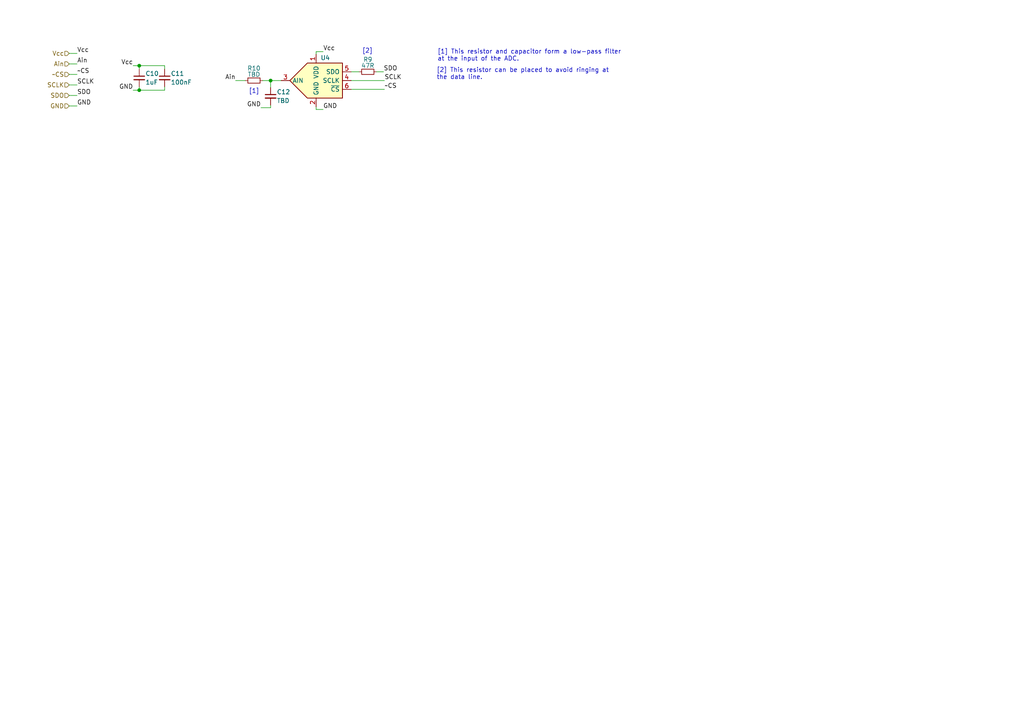
<source format=kicad_sch>
(kicad_sch (version 20211123) (generator eeschema)
  (paper "A4")
  (lib_symbols
    (symbol "CL_Analog_ADC:ADC_SPI_GEN" (pin_names (offset 0.762))
      (property "Reference" "U" (at 1.27 6.35 0))
      (property "Value" "ADC_SPI_GEN" (at 1.27 -6.35 0))
      (symbol "ADC_SPI_GEN_0_1"
        (polyline (pts (xy -2.54 5.08) (xy 7.62 5.08) (xy 7.62 -5.08) (xy -2.54 -5.08) (xy -7.62 0) (xy -2.54 5.08)) (stroke (width 0.254)) (fill (type background)))
      )
      (symbol "ADC_SPI_GEN_1_1"
        (pin power_in line (at 0 7.62 270) (length 2.54) (name "VDD") (number "1"))
        (pin power_in line (at 0 -7.62 90) (length 2.54) (name "GND") (number "2"))
        (pin input line (at -10.16 0 0) (length 2.54) (name "AIN") (number "3"))
        (pin input line (at 10.16 0 180) (length 2.54) (name "SCLK") (number "4"))
        (pin tri_state line (at 10.16 2.54 180) (length 2.54) (name "SDO") (number "5"))
        (pin input line (at 10.16 -2.54 180) (length 2.54) (name "~{CS}") (number "6"))
      )
    )
    (symbol "Device:C_Small" (pin_numbers hide) (pin_names (offset 0.254) hide)
      (property "Reference" "C" (at 0.254 1.778 0))
      (property "Value" "C_Small" (at 0.254 -2.032 0))
      (symbol "C_Small_0_1"
        (polyline (pts (xy -1.524 -0.508) (xy 1.524 -0.508)) (stroke (width 0.3302)))
        (polyline (pts (xy -1.524 0.508) (xy 1.524 0.508)) (stroke (width 0.3048)))
      )
      (symbol "C_Small_1_1"
        (pin passive line (at 0 2.54 270) (length 2.032) (name "~") (number "1"))
        (pin passive line (at 0 -2.54 90) (length 2.032) (name "~") (number "2"))
      )
    )
    (symbol "Device:R_Small" (pin_numbers hide) (pin_names (offset 0.254) hide)
      (property "Reference" "R" (at 0.762 0.508 0))
      (property "Value" "R_Small" (at 0.762 -1.016 0))
      (symbol "R_Small_0_1"
        (rectangle (start -0.762 1.778) (end 0.762 -1.778) (stroke (width 0.2032)))
      )
      (symbol "R_Small_1_1"
        (pin passive line (at 0 2.54 270) (length 0.762) (name "~") (number "1"))
        (pin passive line (at 0 -2.54 90) (length 0.762) (name "~") (number "2"))
      )
    )
  )
  (junction (at 40.386 19.05))
  (junction (at 78.486 23.368))
  (junction (at 40.386 26.162))
  (wire (pts (xy 91.694 30.988) (xy 91.694 31.75)))
  (wire (pts (xy 47.752 19.05) (xy 47.752 20.066)))
  (wire (pts (xy 20.066 21.59) (xy 22.352 21.59)))
  (wire (pts (xy 101.854 25.908) (xy 111.506 25.908)))
  (wire (pts (xy 20.066 15.494) (xy 22.352 15.494)))
  (wire (pts (xy 78.486 25.4) (xy 78.486 23.368)))
  (wire (pts (xy 78.486 31.242) (xy 78.486 30.48)))
  (wire (pts (xy 40.386 19.05) (xy 40.386 20.066)))
  (wire (pts (xy 93.726 31.75) (xy 91.694 31.75)))
  (wire (pts (xy 76.2 23.368) (xy 78.486 23.368)))
  (wire (pts (xy 40.386 19.05) (xy 47.752 19.05)))
  (wire (pts (xy 91.694 14.986) (xy 91.694 15.748)))
  (wire (pts (xy 101.854 20.828) (xy 104.14 20.828)))
  (wire (pts (xy 109.22 20.828) (xy 111.252 20.828)))
  (wire (pts (xy 38.608 19.05) (xy 40.386 19.05)))
  (wire (pts (xy 78.486 23.368) (xy 81.534 23.368)))
  (wire (pts (xy 40.386 26.162) (xy 47.752 26.162)))
  (wire (pts (xy 68.326 23.368) (xy 71.12 23.368)))
  (wire (pts (xy 47.752 26.162) (xy 47.752 25.146)))
  (wire (pts (xy 38.608 26.162) (xy 40.386 26.162)))
  (wire (pts (xy 40.386 25.146) (xy 40.386 26.162)))
  (wire (pts (xy 20.066 24.638) (xy 22.352 24.638)))
  (wire (pts (xy 20.066 30.734) (xy 22.352 30.734)))
  (wire (pts (xy 101.854 23.368) (xy 111.506 23.368)))
  (wire (pts (xy 75.692 31.242) (xy 78.486 31.242)))
  (wire (pts (xy 93.726 14.986) (xy 91.694 14.986)))
  (wire (pts (xy 20.066 27.686) (xy 22.352 27.686)))
  (wire (pts (xy 20.066 18.542) (xy 22.352 18.542)))
  (text "[1]" (at 72.136 27.305 0) (effects (font (size 1.27 1.27)) (justify left bottom)))
  (text "[2]" (at 105.029 15.621 0) (effects (font (size 1.27 1.27)) (justify left bottom)))
  (text "[2] This resistor can be placed to avoid ringing at\nthe data line." (at 126.619 23.241 0) (effects (font (size 1.27 1.27)) (justify left bottom)))
  (text "[1] This resistor and capacitor form a low-pass filter\nat the input of the ADC." (at 126.873 17.907 0) (effects (font (size 1.27 1.27)) (justify left bottom)))
  (label "GND" (at 38.608 26.162 180))
  (label "SDO" (at 22.352 27.686 0))
  (label "Ain" (at 22.352 18.542 0))
  (label "Vcc" (at 93.726 14.986 0))
  (label "GND" (at 93.726 31.75 0))
  (label "Vcc" (at 22.352 15.494 0))
  (label "SCLK" (at 111.506 23.368 0))
  (label "Ain" (at 68.326 23.368 180))
  (label "GND" (at 22.352 30.734 0))
  (label "SDO" (at 111.252 20.828 0))
  (label "GND" (at 75.692 31.242 180))
  (label "~CS" (at 22.352 21.59 0))
  (label "SCLK" (at 22.352 24.638 0))
  (label "~CS" (at 111.506 25.908 0))
  (label "Vcc" (at 38.608 19.05 180))
  (hierarchical_label "Ain" (shape input) (at 20.066 18.542 180))
  (hierarchical_label "GND" (shape input) (at 20.066 30.734 180))
  (hierarchical_label "~CS" (shape input) (at 20.066 21.59 180))
  (hierarchical_label "Vcc" (shape input) (at 20.066 15.494 180))
  (hierarchical_label "SDO" (shape input) (at 20.066 27.686 180))
  (hierarchical_label "SCLK" (shape input) (at 20.066 24.638 180))
  (symbol (lib_id "Device:R_Small") (at 106.68 20.828 90) (unit 1)
    (property "Reference" "R9" (at 106.68 17.272 90))
    (property "Value" "47R" (at 106.68 19.05 90))
    (property "Footprint" "Resistor_SMD:R_0805_2012Metric_Pad1.20x1.40mm_HandSolder" (effects hide))
  )
  (symbol (lib_id "CL_Analog_ADC:ADC_SPI_GEN") (at 91.694 23.368 0) (unit 1)
    (property "Reference" "U4" (at 92.964 16.764 0) (effects (justify left)))
    (property "Value" "ADC_SPI_GEN" (effects hide))
    (property "Footprint" "Package_TO_SOT_SMD:TSOT-23-6" (effects hide))
  )
  (symbol (lib_id "Device:C_Small") (at 40.386 22.606 0) (unit 1)
    (property "Reference" "C10" (at 42.164 21.336 0) (effects (justify left)))
    (property "Value" "1uF" (at 42.164 23.876 0) (effects (justify left)))
    (property "Footprint" "Capacitor_SMD:C_0805_2012Metric_Pad1.18x1.45mm_HandSolder" (effects hide))
  )
  (symbol (lib_id "Device:C_Small") (at 78.486 27.94 0) (unit 1)
    (property "Reference" "C12" (at 80.264 26.67 0) (effects (justify left)))
    (property "Value" "TBD" (at 80.264 29.21 0) (effects (justify left)))
    (property "Footprint" "Capacitor_SMD:C_0805_2012Metric_Pad1.18x1.45mm_HandSolder" (effects hide))
  )
  (symbol (lib_id "Device:R_Small") (at 73.66 23.368 90) (unit 1)
    (property "Reference" "R10" (at 73.66 19.812 90))
    (property "Value" "TBD" (at 73.66 21.59 90))
    (property "Footprint" "Resistor_SMD:R_0805_2012Metric_Pad1.20x1.40mm_HandSolder" (effects hide))
  )
  (symbol (lib_id "Device:C_Small") (at 47.752 22.606 0) (unit 1)
    (property "Reference" "C11" (at 49.53 21.336 0) (effects (justify left)))
    (property "Value" "100nF" (at 49.53 23.876 0) (effects (justify left)))
    (property "Footprint" "Capacitor_SMD:C_0805_2012Metric_Pad1.18x1.45mm_HandSolder" (effects hide))
  )
)
</source>
